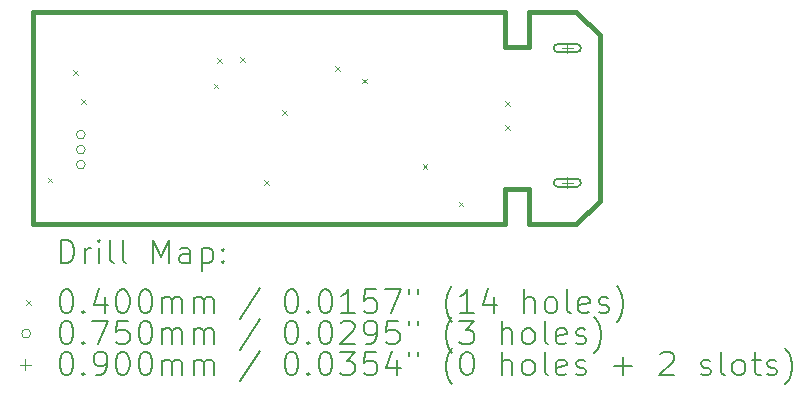
<source format=gbr>
%FSLAX45Y45*%
G04 Gerber Fmt 4.5, Leading zero omitted, Abs format (unit mm)*
G04 Created by KiCad (PCBNEW 6.0.1-79c1e3a40b~116~ubuntu20.04.1) date 2022-01-17 20:41:08*
%MOMM*%
%LPD*%
G01*
G04 APERTURE LIST*
%TA.AperFunction,Profile*%
%ADD10C,0.400000*%
%TD*%
%ADD11C,0.200000*%
%ADD12C,0.040000*%
%ADD13C,0.075000*%
%ADD14C,0.090000*%
G04 APERTURE END LIST*
D10*
X14200000Y-7000000D02*
X14200000Y-7300000D01*
X14000000Y-8500000D02*
X14000000Y-8800000D01*
X14000000Y-8500000D02*
X14200000Y-8500000D01*
X10000000Y-7000000D02*
X14000000Y-7000000D01*
X14200000Y-7000000D02*
X14600000Y-7000000D01*
X14000000Y-7300000D02*
X14200000Y-7300000D01*
X14200000Y-8500000D02*
X14200000Y-8800000D01*
X14600000Y-7000000D02*
X14800000Y-7200000D01*
X14800000Y-7200000D02*
X14800000Y-8600000D01*
X10000000Y-7000000D02*
X10000000Y-8800000D01*
X10000000Y-8800000D02*
X14000000Y-8800000D01*
X14200000Y-8800000D02*
X14600000Y-8800000D01*
X14000000Y-7000000D02*
X14000000Y-7300000D01*
X14600000Y-8800000D02*
X14800000Y-8600000D01*
D11*
D12*
X10125000Y-8403000D02*
X10165000Y-8443000D01*
X10165000Y-8403000D02*
X10125000Y-8443000D01*
X10339000Y-7491000D02*
X10379000Y-7531000D01*
X10379000Y-7491000D02*
X10339000Y-7531000D01*
X10407000Y-7741000D02*
X10447000Y-7781000D01*
X10447000Y-7741000D02*
X10407000Y-7781000D01*
X11530000Y-7607000D02*
X11570000Y-7647000D01*
X11570000Y-7607000D02*
X11530000Y-7647000D01*
X11557000Y-7392000D02*
X11597000Y-7432000D01*
X11597000Y-7392000D02*
X11557000Y-7432000D01*
X11757000Y-7384000D02*
X11797000Y-7424000D01*
X11797000Y-7384000D02*
X11757000Y-7424000D01*
X11957000Y-8424000D02*
X11997000Y-8464000D01*
X11997000Y-8424000D02*
X11957000Y-8464000D01*
X12113000Y-7832000D02*
X12153000Y-7872000D01*
X12153000Y-7832000D02*
X12113000Y-7872000D01*
X12557000Y-7461000D02*
X12597000Y-7501000D01*
X12597000Y-7461000D02*
X12557000Y-7501000D01*
X12788000Y-7566000D02*
X12828000Y-7606000D01*
X12828000Y-7566000D02*
X12788000Y-7606000D01*
X13301000Y-8288000D02*
X13341000Y-8328000D01*
X13341000Y-8288000D02*
X13301000Y-8328000D01*
X13604000Y-8607000D02*
X13644000Y-8647000D01*
X13644000Y-8607000D02*
X13604000Y-8647000D01*
X13998000Y-7757000D02*
X14038000Y-7797000D01*
X14038000Y-7757000D02*
X13998000Y-7797000D01*
X13999000Y-7957000D02*
X14039000Y-7997000D01*
X14039000Y-7957000D02*
X13999000Y-7997000D01*
D13*
X10442500Y-8040000D02*
G75*
G03*
X10442500Y-8040000I-37500J0D01*
G01*
X10442500Y-8167000D02*
G75*
G03*
X10442500Y-8167000I-37500J0D01*
G01*
X10442500Y-8294000D02*
G75*
G03*
X10442500Y-8294000I-37500J0D01*
G01*
D14*
X14525000Y-7262000D02*
X14525000Y-7352000D01*
X14480000Y-7307000D02*
X14570000Y-7307000D01*
D11*
X14445000Y-7342000D02*
X14605000Y-7342000D01*
X14445000Y-7272000D02*
X14605000Y-7272000D01*
X14605000Y-7342000D02*
G75*
G03*
X14605000Y-7272000I0J35000D01*
G01*
X14445000Y-7272000D02*
G75*
G03*
X14445000Y-7342000I0J-35000D01*
G01*
D14*
X14525000Y-8402000D02*
X14525000Y-8492000D01*
X14480000Y-8447000D02*
X14570000Y-8447000D01*
D11*
X14445000Y-8482000D02*
X14605000Y-8482000D01*
X14445000Y-8412000D02*
X14605000Y-8412000D01*
X14605000Y-8482000D02*
G75*
G03*
X14605000Y-8412000I0J35000D01*
G01*
X14445000Y-8412000D02*
G75*
G03*
X14445000Y-8482000I0J-35000D01*
G01*
X10237619Y-9130476D02*
X10237619Y-8930476D01*
X10285238Y-8930476D01*
X10313810Y-8940000D01*
X10332857Y-8959048D01*
X10342381Y-8978095D01*
X10351905Y-9016190D01*
X10351905Y-9044762D01*
X10342381Y-9082857D01*
X10332857Y-9101905D01*
X10313810Y-9120952D01*
X10285238Y-9130476D01*
X10237619Y-9130476D01*
X10437619Y-9130476D02*
X10437619Y-8997143D01*
X10437619Y-9035238D02*
X10447143Y-9016190D01*
X10456667Y-9006667D01*
X10475714Y-8997143D01*
X10494762Y-8997143D01*
X10561429Y-9130476D02*
X10561429Y-8997143D01*
X10561429Y-8930476D02*
X10551905Y-8940000D01*
X10561429Y-8949524D01*
X10570952Y-8940000D01*
X10561429Y-8930476D01*
X10561429Y-8949524D01*
X10685238Y-9130476D02*
X10666190Y-9120952D01*
X10656667Y-9101905D01*
X10656667Y-8930476D01*
X10790000Y-9130476D02*
X10770952Y-9120952D01*
X10761429Y-9101905D01*
X10761429Y-8930476D01*
X11018571Y-9130476D02*
X11018571Y-8930476D01*
X11085238Y-9073333D01*
X11151905Y-8930476D01*
X11151905Y-9130476D01*
X11332857Y-9130476D02*
X11332857Y-9025714D01*
X11323333Y-9006667D01*
X11304286Y-8997143D01*
X11266190Y-8997143D01*
X11247143Y-9006667D01*
X11332857Y-9120952D02*
X11313809Y-9130476D01*
X11266190Y-9130476D01*
X11247143Y-9120952D01*
X11237619Y-9101905D01*
X11237619Y-9082857D01*
X11247143Y-9063810D01*
X11266190Y-9054286D01*
X11313809Y-9054286D01*
X11332857Y-9044762D01*
X11428095Y-8997143D02*
X11428095Y-9197143D01*
X11428095Y-9006667D02*
X11447143Y-8997143D01*
X11485238Y-8997143D01*
X11504286Y-9006667D01*
X11513809Y-9016190D01*
X11523333Y-9035238D01*
X11523333Y-9092381D01*
X11513809Y-9111429D01*
X11504286Y-9120952D01*
X11485238Y-9130476D01*
X11447143Y-9130476D01*
X11428095Y-9120952D01*
X11609048Y-9111429D02*
X11618571Y-9120952D01*
X11609048Y-9130476D01*
X11599524Y-9120952D01*
X11609048Y-9111429D01*
X11609048Y-9130476D01*
X11609048Y-9006667D02*
X11618571Y-9016190D01*
X11609048Y-9025714D01*
X11599524Y-9016190D01*
X11609048Y-9006667D01*
X11609048Y-9025714D01*
D12*
X9940000Y-9440000D02*
X9980000Y-9480000D01*
X9980000Y-9440000D02*
X9940000Y-9480000D01*
D11*
X10275714Y-9350476D02*
X10294762Y-9350476D01*
X10313810Y-9360000D01*
X10323333Y-9369524D01*
X10332857Y-9388571D01*
X10342381Y-9426667D01*
X10342381Y-9474286D01*
X10332857Y-9512381D01*
X10323333Y-9531429D01*
X10313810Y-9540952D01*
X10294762Y-9550476D01*
X10275714Y-9550476D01*
X10256667Y-9540952D01*
X10247143Y-9531429D01*
X10237619Y-9512381D01*
X10228095Y-9474286D01*
X10228095Y-9426667D01*
X10237619Y-9388571D01*
X10247143Y-9369524D01*
X10256667Y-9360000D01*
X10275714Y-9350476D01*
X10428095Y-9531429D02*
X10437619Y-9540952D01*
X10428095Y-9550476D01*
X10418571Y-9540952D01*
X10428095Y-9531429D01*
X10428095Y-9550476D01*
X10609048Y-9417143D02*
X10609048Y-9550476D01*
X10561429Y-9340952D02*
X10513810Y-9483810D01*
X10637619Y-9483810D01*
X10751905Y-9350476D02*
X10770952Y-9350476D01*
X10790000Y-9360000D01*
X10799524Y-9369524D01*
X10809048Y-9388571D01*
X10818571Y-9426667D01*
X10818571Y-9474286D01*
X10809048Y-9512381D01*
X10799524Y-9531429D01*
X10790000Y-9540952D01*
X10770952Y-9550476D01*
X10751905Y-9550476D01*
X10732857Y-9540952D01*
X10723333Y-9531429D01*
X10713810Y-9512381D01*
X10704286Y-9474286D01*
X10704286Y-9426667D01*
X10713810Y-9388571D01*
X10723333Y-9369524D01*
X10732857Y-9360000D01*
X10751905Y-9350476D01*
X10942381Y-9350476D02*
X10961429Y-9350476D01*
X10980476Y-9360000D01*
X10990000Y-9369524D01*
X10999524Y-9388571D01*
X11009048Y-9426667D01*
X11009048Y-9474286D01*
X10999524Y-9512381D01*
X10990000Y-9531429D01*
X10980476Y-9540952D01*
X10961429Y-9550476D01*
X10942381Y-9550476D01*
X10923333Y-9540952D01*
X10913810Y-9531429D01*
X10904286Y-9512381D01*
X10894762Y-9474286D01*
X10894762Y-9426667D01*
X10904286Y-9388571D01*
X10913810Y-9369524D01*
X10923333Y-9360000D01*
X10942381Y-9350476D01*
X11094762Y-9550476D02*
X11094762Y-9417143D01*
X11094762Y-9436190D02*
X11104286Y-9426667D01*
X11123333Y-9417143D01*
X11151905Y-9417143D01*
X11170952Y-9426667D01*
X11180476Y-9445714D01*
X11180476Y-9550476D01*
X11180476Y-9445714D02*
X11190000Y-9426667D01*
X11209048Y-9417143D01*
X11237619Y-9417143D01*
X11256667Y-9426667D01*
X11266190Y-9445714D01*
X11266190Y-9550476D01*
X11361428Y-9550476D02*
X11361428Y-9417143D01*
X11361428Y-9436190D02*
X11370952Y-9426667D01*
X11390000Y-9417143D01*
X11418571Y-9417143D01*
X11437619Y-9426667D01*
X11447143Y-9445714D01*
X11447143Y-9550476D01*
X11447143Y-9445714D02*
X11456667Y-9426667D01*
X11475714Y-9417143D01*
X11504286Y-9417143D01*
X11523333Y-9426667D01*
X11532857Y-9445714D01*
X11532857Y-9550476D01*
X11923333Y-9340952D02*
X11751905Y-9598095D01*
X12180476Y-9350476D02*
X12199524Y-9350476D01*
X12218571Y-9360000D01*
X12228095Y-9369524D01*
X12237619Y-9388571D01*
X12247143Y-9426667D01*
X12247143Y-9474286D01*
X12237619Y-9512381D01*
X12228095Y-9531429D01*
X12218571Y-9540952D01*
X12199524Y-9550476D01*
X12180476Y-9550476D01*
X12161428Y-9540952D01*
X12151905Y-9531429D01*
X12142381Y-9512381D01*
X12132857Y-9474286D01*
X12132857Y-9426667D01*
X12142381Y-9388571D01*
X12151905Y-9369524D01*
X12161428Y-9360000D01*
X12180476Y-9350476D01*
X12332857Y-9531429D02*
X12342381Y-9540952D01*
X12332857Y-9550476D01*
X12323333Y-9540952D01*
X12332857Y-9531429D01*
X12332857Y-9550476D01*
X12466190Y-9350476D02*
X12485238Y-9350476D01*
X12504286Y-9360000D01*
X12513809Y-9369524D01*
X12523333Y-9388571D01*
X12532857Y-9426667D01*
X12532857Y-9474286D01*
X12523333Y-9512381D01*
X12513809Y-9531429D01*
X12504286Y-9540952D01*
X12485238Y-9550476D01*
X12466190Y-9550476D01*
X12447143Y-9540952D01*
X12437619Y-9531429D01*
X12428095Y-9512381D01*
X12418571Y-9474286D01*
X12418571Y-9426667D01*
X12428095Y-9388571D01*
X12437619Y-9369524D01*
X12447143Y-9360000D01*
X12466190Y-9350476D01*
X12723333Y-9550476D02*
X12609048Y-9550476D01*
X12666190Y-9550476D02*
X12666190Y-9350476D01*
X12647143Y-9379048D01*
X12628095Y-9398095D01*
X12609048Y-9407619D01*
X12904286Y-9350476D02*
X12809048Y-9350476D01*
X12799524Y-9445714D01*
X12809048Y-9436190D01*
X12828095Y-9426667D01*
X12875714Y-9426667D01*
X12894762Y-9436190D01*
X12904286Y-9445714D01*
X12913809Y-9464762D01*
X12913809Y-9512381D01*
X12904286Y-9531429D01*
X12894762Y-9540952D01*
X12875714Y-9550476D01*
X12828095Y-9550476D01*
X12809048Y-9540952D01*
X12799524Y-9531429D01*
X12980476Y-9350476D02*
X13113809Y-9350476D01*
X13028095Y-9550476D01*
X13180476Y-9350476D02*
X13180476Y-9388571D01*
X13256667Y-9350476D02*
X13256667Y-9388571D01*
X13551905Y-9626667D02*
X13542381Y-9617143D01*
X13523333Y-9588571D01*
X13513809Y-9569524D01*
X13504286Y-9540952D01*
X13494762Y-9493333D01*
X13494762Y-9455238D01*
X13504286Y-9407619D01*
X13513809Y-9379048D01*
X13523333Y-9360000D01*
X13542381Y-9331429D01*
X13551905Y-9321905D01*
X13732857Y-9550476D02*
X13618571Y-9550476D01*
X13675714Y-9550476D02*
X13675714Y-9350476D01*
X13656667Y-9379048D01*
X13637619Y-9398095D01*
X13618571Y-9407619D01*
X13904286Y-9417143D02*
X13904286Y-9550476D01*
X13856667Y-9340952D02*
X13809048Y-9483810D01*
X13932857Y-9483810D01*
X14161428Y-9550476D02*
X14161428Y-9350476D01*
X14247143Y-9550476D02*
X14247143Y-9445714D01*
X14237619Y-9426667D01*
X14218571Y-9417143D01*
X14190000Y-9417143D01*
X14170952Y-9426667D01*
X14161428Y-9436190D01*
X14370952Y-9550476D02*
X14351905Y-9540952D01*
X14342381Y-9531429D01*
X14332857Y-9512381D01*
X14332857Y-9455238D01*
X14342381Y-9436190D01*
X14351905Y-9426667D01*
X14370952Y-9417143D01*
X14399524Y-9417143D01*
X14418571Y-9426667D01*
X14428095Y-9436190D01*
X14437619Y-9455238D01*
X14437619Y-9512381D01*
X14428095Y-9531429D01*
X14418571Y-9540952D01*
X14399524Y-9550476D01*
X14370952Y-9550476D01*
X14551905Y-9550476D02*
X14532857Y-9540952D01*
X14523333Y-9521905D01*
X14523333Y-9350476D01*
X14704286Y-9540952D02*
X14685238Y-9550476D01*
X14647143Y-9550476D01*
X14628095Y-9540952D01*
X14618571Y-9521905D01*
X14618571Y-9445714D01*
X14628095Y-9426667D01*
X14647143Y-9417143D01*
X14685238Y-9417143D01*
X14704286Y-9426667D01*
X14713809Y-9445714D01*
X14713809Y-9464762D01*
X14618571Y-9483810D01*
X14790000Y-9540952D02*
X14809048Y-9550476D01*
X14847143Y-9550476D01*
X14866190Y-9540952D01*
X14875714Y-9521905D01*
X14875714Y-9512381D01*
X14866190Y-9493333D01*
X14847143Y-9483810D01*
X14818571Y-9483810D01*
X14799524Y-9474286D01*
X14790000Y-9455238D01*
X14790000Y-9445714D01*
X14799524Y-9426667D01*
X14818571Y-9417143D01*
X14847143Y-9417143D01*
X14866190Y-9426667D01*
X14942381Y-9626667D02*
X14951905Y-9617143D01*
X14970952Y-9588571D01*
X14980476Y-9569524D01*
X14990000Y-9540952D01*
X14999524Y-9493333D01*
X14999524Y-9455238D01*
X14990000Y-9407619D01*
X14980476Y-9379048D01*
X14970952Y-9360000D01*
X14951905Y-9331429D01*
X14942381Y-9321905D01*
D13*
X9980000Y-9724000D02*
G75*
G03*
X9980000Y-9724000I-37500J0D01*
G01*
D11*
X10275714Y-9614476D02*
X10294762Y-9614476D01*
X10313810Y-9624000D01*
X10323333Y-9633524D01*
X10332857Y-9652571D01*
X10342381Y-9690667D01*
X10342381Y-9738286D01*
X10332857Y-9776381D01*
X10323333Y-9795429D01*
X10313810Y-9804952D01*
X10294762Y-9814476D01*
X10275714Y-9814476D01*
X10256667Y-9804952D01*
X10247143Y-9795429D01*
X10237619Y-9776381D01*
X10228095Y-9738286D01*
X10228095Y-9690667D01*
X10237619Y-9652571D01*
X10247143Y-9633524D01*
X10256667Y-9624000D01*
X10275714Y-9614476D01*
X10428095Y-9795429D02*
X10437619Y-9804952D01*
X10428095Y-9814476D01*
X10418571Y-9804952D01*
X10428095Y-9795429D01*
X10428095Y-9814476D01*
X10504286Y-9614476D02*
X10637619Y-9614476D01*
X10551905Y-9814476D01*
X10809048Y-9614476D02*
X10713810Y-9614476D01*
X10704286Y-9709714D01*
X10713810Y-9700190D01*
X10732857Y-9690667D01*
X10780476Y-9690667D01*
X10799524Y-9700190D01*
X10809048Y-9709714D01*
X10818571Y-9728762D01*
X10818571Y-9776381D01*
X10809048Y-9795429D01*
X10799524Y-9804952D01*
X10780476Y-9814476D01*
X10732857Y-9814476D01*
X10713810Y-9804952D01*
X10704286Y-9795429D01*
X10942381Y-9614476D02*
X10961429Y-9614476D01*
X10980476Y-9624000D01*
X10990000Y-9633524D01*
X10999524Y-9652571D01*
X11009048Y-9690667D01*
X11009048Y-9738286D01*
X10999524Y-9776381D01*
X10990000Y-9795429D01*
X10980476Y-9804952D01*
X10961429Y-9814476D01*
X10942381Y-9814476D01*
X10923333Y-9804952D01*
X10913810Y-9795429D01*
X10904286Y-9776381D01*
X10894762Y-9738286D01*
X10894762Y-9690667D01*
X10904286Y-9652571D01*
X10913810Y-9633524D01*
X10923333Y-9624000D01*
X10942381Y-9614476D01*
X11094762Y-9814476D02*
X11094762Y-9681143D01*
X11094762Y-9700190D02*
X11104286Y-9690667D01*
X11123333Y-9681143D01*
X11151905Y-9681143D01*
X11170952Y-9690667D01*
X11180476Y-9709714D01*
X11180476Y-9814476D01*
X11180476Y-9709714D02*
X11190000Y-9690667D01*
X11209048Y-9681143D01*
X11237619Y-9681143D01*
X11256667Y-9690667D01*
X11266190Y-9709714D01*
X11266190Y-9814476D01*
X11361428Y-9814476D02*
X11361428Y-9681143D01*
X11361428Y-9700190D02*
X11370952Y-9690667D01*
X11390000Y-9681143D01*
X11418571Y-9681143D01*
X11437619Y-9690667D01*
X11447143Y-9709714D01*
X11447143Y-9814476D01*
X11447143Y-9709714D02*
X11456667Y-9690667D01*
X11475714Y-9681143D01*
X11504286Y-9681143D01*
X11523333Y-9690667D01*
X11532857Y-9709714D01*
X11532857Y-9814476D01*
X11923333Y-9604952D02*
X11751905Y-9862095D01*
X12180476Y-9614476D02*
X12199524Y-9614476D01*
X12218571Y-9624000D01*
X12228095Y-9633524D01*
X12237619Y-9652571D01*
X12247143Y-9690667D01*
X12247143Y-9738286D01*
X12237619Y-9776381D01*
X12228095Y-9795429D01*
X12218571Y-9804952D01*
X12199524Y-9814476D01*
X12180476Y-9814476D01*
X12161428Y-9804952D01*
X12151905Y-9795429D01*
X12142381Y-9776381D01*
X12132857Y-9738286D01*
X12132857Y-9690667D01*
X12142381Y-9652571D01*
X12151905Y-9633524D01*
X12161428Y-9624000D01*
X12180476Y-9614476D01*
X12332857Y-9795429D02*
X12342381Y-9804952D01*
X12332857Y-9814476D01*
X12323333Y-9804952D01*
X12332857Y-9795429D01*
X12332857Y-9814476D01*
X12466190Y-9614476D02*
X12485238Y-9614476D01*
X12504286Y-9624000D01*
X12513809Y-9633524D01*
X12523333Y-9652571D01*
X12532857Y-9690667D01*
X12532857Y-9738286D01*
X12523333Y-9776381D01*
X12513809Y-9795429D01*
X12504286Y-9804952D01*
X12485238Y-9814476D01*
X12466190Y-9814476D01*
X12447143Y-9804952D01*
X12437619Y-9795429D01*
X12428095Y-9776381D01*
X12418571Y-9738286D01*
X12418571Y-9690667D01*
X12428095Y-9652571D01*
X12437619Y-9633524D01*
X12447143Y-9624000D01*
X12466190Y-9614476D01*
X12609048Y-9633524D02*
X12618571Y-9624000D01*
X12637619Y-9614476D01*
X12685238Y-9614476D01*
X12704286Y-9624000D01*
X12713809Y-9633524D01*
X12723333Y-9652571D01*
X12723333Y-9671619D01*
X12713809Y-9700190D01*
X12599524Y-9814476D01*
X12723333Y-9814476D01*
X12818571Y-9814476D02*
X12856667Y-9814476D01*
X12875714Y-9804952D01*
X12885238Y-9795429D01*
X12904286Y-9766857D01*
X12913809Y-9728762D01*
X12913809Y-9652571D01*
X12904286Y-9633524D01*
X12894762Y-9624000D01*
X12875714Y-9614476D01*
X12837619Y-9614476D01*
X12818571Y-9624000D01*
X12809048Y-9633524D01*
X12799524Y-9652571D01*
X12799524Y-9700190D01*
X12809048Y-9719238D01*
X12818571Y-9728762D01*
X12837619Y-9738286D01*
X12875714Y-9738286D01*
X12894762Y-9728762D01*
X12904286Y-9719238D01*
X12913809Y-9700190D01*
X13094762Y-9614476D02*
X12999524Y-9614476D01*
X12990000Y-9709714D01*
X12999524Y-9700190D01*
X13018571Y-9690667D01*
X13066190Y-9690667D01*
X13085238Y-9700190D01*
X13094762Y-9709714D01*
X13104286Y-9728762D01*
X13104286Y-9776381D01*
X13094762Y-9795429D01*
X13085238Y-9804952D01*
X13066190Y-9814476D01*
X13018571Y-9814476D01*
X12999524Y-9804952D01*
X12990000Y-9795429D01*
X13180476Y-9614476D02*
X13180476Y-9652571D01*
X13256667Y-9614476D02*
X13256667Y-9652571D01*
X13551905Y-9890667D02*
X13542381Y-9881143D01*
X13523333Y-9852571D01*
X13513809Y-9833524D01*
X13504286Y-9804952D01*
X13494762Y-9757333D01*
X13494762Y-9719238D01*
X13504286Y-9671619D01*
X13513809Y-9643048D01*
X13523333Y-9624000D01*
X13542381Y-9595429D01*
X13551905Y-9585905D01*
X13609048Y-9614476D02*
X13732857Y-9614476D01*
X13666190Y-9690667D01*
X13694762Y-9690667D01*
X13713809Y-9700190D01*
X13723333Y-9709714D01*
X13732857Y-9728762D01*
X13732857Y-9776381D01*
X13723333Y-9795429D01*
X13713809Y-9804952D01*
X13694762Y-9814476D01*
X13637619Y-9814476D01*
X13618571Y-9804952D01*
X13609048Y-9795429D01*
X13970952Y-9814476D02*
X13970952Y-9614476D01*
X14056667Y-9814476D02*
X14056667Y-9709714D01*
X14047143Y-9690667D01*
X14028095Y-9681143D01*
X13999524Y-9681143D01*
X13980476Y-9690667D01*
X13970952Y-9700190D01*
X14180476Y-9814476D02*
X14161428Y-9804952D01*
X14151905Y-9795429D01*
X14142381Y-9776381D01*
X14142381Y-9719238D01*
X14151905Y-9700190D01*
X14161428Y-9690667D01*
X14180476Y-9681143D01*
X14209048Y-9681143D01*
X14228095Y-9690667D01*
X14237619Y-9700190D01*
X14247143Y-9719238D01*
X14247143Y-9776381D01*
X14237619Y-9795429D01*
X14228095Y-9804952D01*
X14209048Y-9814476D01*
X14180476Y-9814476D01*
X14361428Y-9814476D02*
X14342381Y-9804952D01*
X14332857Y-9785905D01*
X14332857Y-9614476D01*
X14513809Y-9804952D02*
X14494762Y-9814476D01*
X14456667Y-9814476D01*
X14437619Y-9804952D01*
X14428095Y-9785905D01*
X14428095Y-9709714D01*
X14437619Y-9690667D01*
X14456667Y-9681143D01*
X14494762Y-9681143D01*
X14513809Y-9690667D01*
X14523333Y-9709714D01*
X14523333Y-9728762D01*
X14428095Y-9747810D01*
X14599524Y-9804952D02*
X14618571Y-9814476D01*
X14656667Y-9814476D01*
X14675714Y-9804952D01*
X14685238Y-9785905D01*
X14685238Y-9776381D01*
X14675714Y-9757333D01*
X14656667Y-9747810D01*
X14628095Y-9747810D01*
X14609048Y-9738286D01*
X14599524Y-9719238D01*
X14599524Y-9709714D01*
X14609048Y-9690667D01*
X14628095Y-9681143D01*
X14656667Y-9681143D01*
X14675714Y-9690667D01*
X14751905Y-9890667D02*
X14761428Y-9881143D01*
X14780476Y-9852571D01*
X14790000Y-9833524D01*
X14799524Y-9804952D01*
X14809048Y-9757333D01*
X14809048Y-9719238D01*
X14799524Y-9671619D01*
X14790000Y-9643048D01*
X14780476Y-9624000D01*
X14761428Y-9595429D01*
X14751905Y-9585905D01*
D14*
X9935000Y-9943000D02*
X9935000Y-10033000D01*
X9890000Y-9988000D02*
X9980000Y-9988000D01*
D11*
X10275714Y-9878476D02*
X10294762Y-9878476D01*
X10313810Y-9888000D01*
X10323333Y-9897524D01*
X10332857Y-9916571D01*
X10342381Y-9954667D01*
X10342381Y-10002286D01*
X10332857Y-10040381D01*
X10323333Y-10059429D01*
X10313810Y-10068952D01*
X10294762Y-10078476D01*
X10275714Y-10078476D01*
X10256667Y-10068952D01*
X10247143Y-10059429D01*
X10237619Y-10040381D01*
X10228095Y-10002286D01*
X10228095Y-9954667D01*
X10237619Y-9916571D01*
X10247143Y-9897524D01*
X10256667Y-9888000D01*
X10275714Y-9878476D01*
X10428095Y-10059429D02*
X10437619Y-10068952D01*
X10428095Y-10078476D01*
X10418571Y-10068952D01*
X10428095Y-10059429D01*
X10428095Y-10078476D01*
X10532857Y-10078476D02*
X10570952Y-10078476D01*
X10590000Y-10068952D01*
X10599524Y-10059429D01*
X10618571Y-10030857D01*
X10628095Y-9992762D01*
X10628095Y-9916571D01*
X10618571Y-9897524D01*
X10609048Y-9888000D01*
X10590000Y-9878476D01*
X10551905Y-9878476D01*
X10532857Y-9888000D01*
X10523333Y-9897524D01*
X10513810Y-9916571D01*
X10513810Y-9964190D01*
X10523333Y-9983238D01*
X10532857Y-9992762D01*
X10551905Y-10002286D01*
X10590000Y-10002286D01*
X10609048Y-9992762D01*
X10618571Y-9983238D01*
X10628095Y-9964190D01*
X10751905Y-9878476D02*
X10770952Y-9878476D01*
X10790000Y-9888000D01*
X10799524Y-9897524D01*
X10809048Y-9916571D01*
X10818571Y-9954667D01*
X10818571Y-10002286D01*
X10809048Y-10040381D01*
X10799524Y-10059429D01*
X10790000Y-10068952D01*
X10770952Y-10078476D01*
X10751905Y-10078476D01*
X10732857Y-10068952D01*
X10723333Y-10059429D01*
X10713810Y-10040381D01*
X10704286Y-10002286D01*
X10704286Y-9954667D01*
X10713810Y-9916571D01*
X10723333Y-9897524D01*
X10732857Y-9888000D01*
X10751905Y-9878476D01*
X10942381Y-9878476D02*
X10961429Y-9878476D01*
X10980476Y-9888000D01*
X10990000Y-9897524D01*
X10999524Y-9916571D01*
X11009048Y-9954667D01*
X11009048Y-10002286D01*
X10999524Y-10040381D01*
X10990000Y-10059429D01*
X10980476Y-10068952D01*
X10961429Y-10078476D01*
X10942381Y-10078476D01*
X10923333Y-10068952D01*
X10913810Y-10059429D01*
X10904286Y-10040381D01*
X10894762Y-10002286D01*
X10894762Y-9954667D01*
X10904286Y-9916571D01*
X10913810Y-9897524D01*
X10923333Y-9888000D01*
X10942381Y-9878476D01*
X11094762Y-10078476D02*
X11094762Y-9945143D01*
X11094762Y-9964190D02*
X11104286Y-9954667D01*
X11123333Y-9945143D01*
X11151905Y-9945143D01*
X11170952Y-9954667D01*
X11180476Y-9973714D01*
X11180476Y-10078476D01*
X11180476Y-9973714D02*
X11190000Y-9954667D01*
X11209048Y-9945143D01*
X11237619Y-9945143D01*
X11256667Y-9954667D01*
X11266190Y-9973714D01*
X11266190Y-10078476D01*
X11361428Y-10078476D02*
X11361428Y-9945143D01*
X11361428Y-9964190D02*
X11370952Y-9954667D01*
X11390000Y-9945143D01*
X11418571Y-9945143D01*
X11437619Y-9954667D01*
X11447143Y-9973714D01*
X11447143Y-10078476D01*
X11447143Y-9973714D02*
X11456667Y-9954667D01*
X11475714Y-9945143D01*
X11504286Y-9945143D01*
X11523333Y-9954667D01*
X11532857Y-9973714D01*
X11532857Y-10078476D01*
X11923333Y-9868952D02*
X11751905Y-10126095D01*
X12180476Y-9878476D02*
X12199524Y-9878476D01*
X12218571Y-9888000D01*
X12228095Y-9897524D01*
X12237619Y-9916571D01*
X12247143Y-9954667D01*
X12247143Y-10002286D01*
X12237619Y-10040381D01*
X12228095Y-10059429D01*
X12218571Y-10068952D01*
X12199524Y-10078476D01*
X12180476Y-10078476D01*
X12161428Y-10068952D01*
X12151905Y-10059429D01*
X12142381Y-10040381D01*
X12132857Y-10002286D01*
X12132857Y-9954667D01*
X12142381Y-9916571D01*
X12151905Y-9897524D01*
X12161428Y-9888000D01*
X12180476Y-9878476D01*
X12332857Y-10059429D02*
X12342381Y-10068952D01*
X12332857Y-10078476D01*
X12323333Y-10068952D01*
X12332857Y-10059429D01*
X12332857Y-10078476D01*
X12466190Y-9878476D02*
X12485238Y-9878476D01*
X12504286Y-9888000D01*
X12513809Y-9897524D01*
X12523333Y-9916571D01*
X12532857Y-9954667D01*
X12532857Y-10002286D01*
X12523333Y-10040381D01*
X12513809Y-10059429D01*
X12504286Y-10068952D01*
X12485238Y-10078476D01*
X12466190Y-10078476D01*
X12447143Y-10068952D01*
X12437619Y-10059429D01*
X12428095Y-10040381D01*
X12418571Y-10002286D01*
X12418571Y-9954667D01*
X12428095Y-9916571D01*
X12437619Y-9897524D01*
X12447143Y-9888000D01*
X12466190Y-9878476D01*
X12599524Y-9878476D02*
X12723333Y-9878476D01*
X12656667Y-9954667D01*
X12685238Y-9954667D01*
X12704286Y-9964190D01*
X12713809Y-9973714D01*
X12723333Y-9992762D01*
X12723333Y-10040381D01*
X12713809Y-10059429D01*
X12704286Y-10068952D01*
X12685238Y-10078476D01*
X12628095Y-10078476D01*
X12609048Y-10068952D01*
X12599524Y-10059429D01*
X12904286Y-9878476D02*
X12809048Y-9878476D01*
X12799524Y-9973714D01*
X12809048Y-9964190D01*
X12828095Y-9954667D01*
X12875714Y-9954667D01*
X12894762Y-9964190D01*
X12904286Y-9973714D01*
X12913809Y-9992762D01*
X12913809Y-10040381D01*
X12904286Y-10059429D01*
X12894762Y-10068952D01*
X12875714Y-10078476D01*
X12828095Y-10078476D01*
X12809048Y-10068952D01*
X12799524Y-10059429D01*
X13085238Y-9945143D02*
X13085238Y-10078476D01*
X13037619Y-9868952D02*
X12990000Y-10011810D01*
X13113809Y-10011810D01*
X13180476Y-9878476D02*
X13180476Y-9916571D01*
X13256667Y-9878476D02*
X13256667Y-9916571D01*
X13551905Y-10154667D02*
X13542381Y-10145143D01*
X13523333Y-10116571D01*
X13513809Y-10097524D01*
X13504286Y-10068952D01*
X13494762Y-10021333D01*
X13494762Y-9983238D01*
X13504286Y-9935619D01*
X13513809Y-9907048D01*
X13523333Y-9888000D01*
X13542381Y-9859429D01*
X13551905Y-9849905D01*
X13666190Y-9878476D02*
X13685238Y-9878476D01*
X13704286Y-9888000D01*
X13713809Y-9897524D01*
X13723333Y-9916571D01*
X13732857Y-9954667D01*
X13732857Y-10002286D01*
X13723333Y-10040381D01*
X13713809Y-10059429D01*
X13704286Y-10068952D01*
X13685238Y-10078476D01*
X13666190Y-10078476D01*
X13647143Y-10068952D01*
X13637619Y-10059429D01*
X13628095Y-10040381D01*
X13618571Y-10002286D01*
X13618571Y-9954667D01*
X13628095Y-9916571D01*
X13637619Y-9897524D01*
X13647143Y-9888000D01*
X13666190Y-9878476D01*
X13970952Y-10078476D02*
X13970952Y-9878476D01*
X14056667Y-10078476D02*
X14056667Y-9973714D01*
X14047143Y-9954667D01*
X14028095Y-9945143D01*
X13999524Y-9945143D01*
X13980476Y-9954667D01*
X13970952Y-9964190D01*
X14180476Y-10078476D02*
X14161428Y-10068952D01*
X14151905Y-10059429D01*
X14142381Y-10040381D01*
X14142381Y-9983238D01*
X14151905Y-9964190D01*
X14161428Y-9954667D01*
X14180476Y-9945143D01*
X14209048Y-9945143D01*
X14228095Y-9954667D01*
X14237619Y-9964190D01*
X14247143Y-9983238D01*
X14247143Y-10040381D01*
X14237619Y-10059429D01*
X14228095Y-10068952D01*
X14209048Y-10078476D01*
X14180476Y-10078476D01*
X14361428Y-10078476D02*
X14342381Y-10068952D01*
X14332857Y-10049905D01*
X14332857Y-9878476D01*
X14513809Y-10068952D02*
X14494762Y-10078476D01*
X14456667Y-10078476D01*
X14437619Y-10068952D01*
X14428095Y-10049905D01*
X14428095Y-9973714D01*
X14437619Y-9954667D01*
X14456667Y-9945143D01*
X14494762Y-9945143D01*
X14513809Y-9954667D01*
X14523333Y-9973714D01*
X14523333Y-9992762D01*
X14428095Y-10011810D01*
X14599524Y-10068952D02*
X14618571Y-10078476D01*
X14656667Y-10078476D01*
X14675714Y-10068952D01*
X14685238Y-10049905D01*
X14685238Y-10040381D01*
X14675714Y-10021333D01*
X14656667Y-10011810D01*
X14628095Y-10011810D01*
X14609048Y-10002286D01*
X14599524Y-9983238D01*
X14599524Y-9973714D01*
X14609048Y-9954667D01*
X14628095Y-9945143D01*
X14656667Y-9945143D01*
X14675714Y-9954667D01*
X14923333Y-10002286D02*
X15075714Y-10002286D01*
X14999524Y-10078476D02*
X14999524Y-9926095D01*
X15313809Y-9897524D02*
X15323333Y-9888000D01*
X15342381Y-9878476D01*
X15390000Y-9878476D01*
X15409048Y-9888000D01*
X15418571Y-9897524D01*
X15428095Y-9916571D01*
X15428095Y-9935619D01*
X15418571Y-9964190D01*
X15304286Y-10078476D01*
X15428095Y-10078476D01*
X15656667Y-10068952D02*
X15675714Y-10078476D01*
X15713809Y-10078476D01*
X15732857Y-10068952D01*
X15742381Y-10049905D01*
X15742381Y-10040381D01*
X15732857Y-10021333D01*
X15713809Y-10011810D01*
X15685238Y-10011810D01*
X15666190Y-10002286D01*
X15656667Y-9983238D01*
X15656667Y-9973714D01*
X15666190Y-9954667D01*
X15685238Y-9945143D01*
X15713809Y-9945143D01*
X15732857Y-9954667D01*
X15856667Y-10078476D02*
X15837619Y-10068952D01*
X15828095Y-10049905D01*
X15828095Y-9878476D01*
X15961428Y-10078476D02*
X15942381Y-10068952D01*
X15932857Y-10059429D01*
X15923333Y-10040381D01*
X15923333Y-9983238D01*
X15932857Y-9964190D01*
X15942381Y-9954667D01*
X15961428Y-9945143D01*
X15990000Y-9945143D01*
X16009048Y-9954667D01*
X16018571Y-9964190D01*
X16028095Y-9983238D01*
X16028095Y-10040381D01*
X16018571Y-10059429D01*
X16009048Y-10068952D01*
X15990000Y-10078476D01*
X15961428Y-10078476D01*
X16085238Y-9945143D02*
X16161428Y-9945143D01*
X16113809Y-9878476D02*
X16113809Y-10049905D01*
X16123333Y-10068952D01*
X16142381Y-10078476D01*
X16161428Y-10078476D01*
X16218571Y-10068952D02*
X16237619Y-10078476D01*
X16275714Y-10078476D01*
X16294762Y-10068952D01*
X16304286Y-10049905D01*
X16304286Y-10040381D01*
X16294762Y-10021333D01*
X16275714Y-10011810D01*
X16247143Y-10011810D01*
X16228095Y-10002286D01*
X16218571Y-9983238D01*
X16218571Y-9973714D01*
X16228095Y-9954667D01*
X16247143Y-9945143D01*
X16275714Y-9945143D01*
X16294762Y-9954667D01*
X16370952Y-10154667D02*
X16380476Y-10145143D01*
X16399524Y-10116571D01*
X16409048Y-10097524D01*
X16418571Y-10068952D01*
X16428095Y-10021333D01*
X16428095Y-9983238D01*
X16418571Y-9935619D01*
X16409048Y-9907048D01*
X16399524Y-9888000D01*
X16380476Y-9859429D01*
X16370952Y-9849905D01*
M02*

</source>
